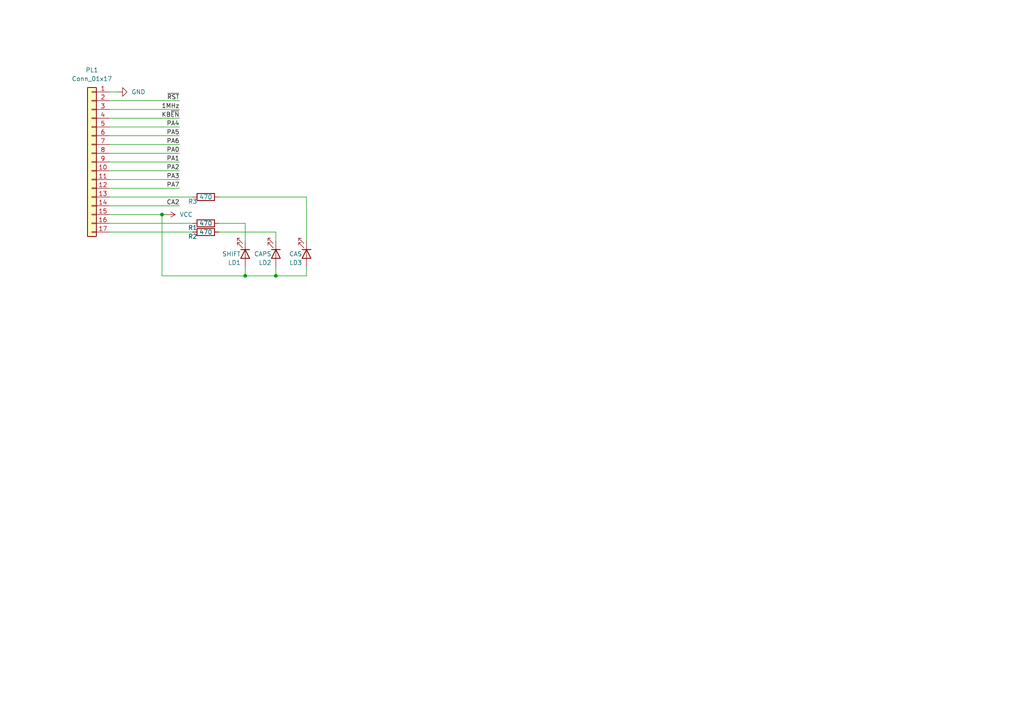
<source format=kicad_sch>
(kicad_sch (version 20211123) (generator eeschema)
  (paper "A4")
  (lib_symbols
    (symbol "Connector_Generic:Conn_01x17" (pin_names (offset 1.016) hide)
      (property "Reference" "J" (at 0 22.86 0))
      (property "Value" "Conn_01x17" (at 0 -22.86 0))
      (symbol "Conn_01x17_1_1"
        (rectangle (start -1.27 -20.193) (end 0 -20.447) (stroke (width 0.1524)))
        (rectangle (start -1.27 -17.653) (end 0 -17.907) (stroke (width 0.1524)))
        (rectangle (start -1.27 -15.113) (end 0 -15.367) (stroke (width 0.1524)))
        (rectangle (start -1.27 -12.573) (end 0 -12.827) (stroke (width 0.1524)))
        (rectangle (start -1.27 -10.033) (end 0 -10.287) (stroke (width 0.1524)))
        (rectangle (start -1.27 -7.493) (end 0 -7.747) (stroke (width 0.1524)))
        (rectangle (start -1.27 -4.953) (end 0 -5.207) (stroke (width 0.1524)))
        (rectangle (start -1.27 -2.413) (end 0 -2.667) (stroke (width 0.1524)))
        (rectangle (start -1.27 0.127) (end 0 -0.127) (stroke (width 0.1524)))
        (rectangle (start -1.27 2.667) (end 0 2.413) (stroke (width 0.1524)))
        (rectangle (start -1.27 5.207) (end 0 4.953) (stroke (width 0.1524)))
        (rectangle (start -1.27 7.747) (end 0 7.493) (stroke (width 0.1524)))
        (rectangle (start -1.27 10.287) (end 0 10.033) (stroke (width 0.1524)))
        (rectangle (start -1.27 12.827) (end 0 12.573) (stroke (width 0.1524)))
        (rectangle (start -1.27 15.367) (end 0 15.113) (stroke (width 0.1524)))
        (rectangle (start -1.27 17.907) (end 0 17.653) (stroke (width 0.1524)))
        (rectangle (start -1.27 20.447) (end 0 20.193) (stroke (width 0.1524)))
        (rectangle (start -1.27 21.59) (end 1.27 -21.59) (stroke (width 0.254)) (fill (type background)))
        (pin passive line (at -5.08 20.32 0) (length 3.81) (name "Pin_1") (number "1"))
        (pin passive line (at -5.08 -2.54 0) (length 3.81) (name "Pin_10") (number "10"))
        (pin passive line (at -5.08 -5.08 0) (length 3.81) (name "Pin_11") (number "11"))
        (pin passive line (at -5.08 -7.62 0) (length 3.81) (name "Pin_12") (number "12"))
        (pin passive line (at -5.08 -10.16 0) (length 3.81) (name "Pin_13") (number "13"))
        (pin passive line (at -5.08 -12.7 0) (length 3.81) (name "Pin_14") (number "14"))
        (pin passive line (at -5.08 -15.24 0) (length 3.81) (name "Pin_15") (number "15"))
        (pin passive line (at -5.08 -17.78 0) (length 3.81) (name "Pin_16") (number "16"))
        (pin passive line (at -5.08 -20.32 0) (length 3.81) (name "Pin_17") (number "17"))
        (pin passive line (at -5.08 17.78 0) (length 3.81) (name "Pin_2") (number "2"))
        (pin passive line (at -5.08 15.24 0) (length 3.81) (name "Pin_3") (number "3"))
        (pin passive line (at -5.08 12.7 0) (length 3.81) (name "Pin_4") (number "4"))
        (pin passive line (at -5.08 10.16 0) (length 3.81) (name "Pin_5") (number "5"))
        (pin passive line (at -5.08 7.62 0) (length 3.81) (name "Pin_6") (number "6"))
        (pin passive line (at -5.08 5.08 0) (length 3.81) (name "Pin_7") (number "7"))
        (pin passive line (at -5.08 2.54 0) (length 3.81) (name "Pin_8") (number "8"))
        (pin passive line (at -5.08 0 0) (length 3.81) (name "Pin_9") (number "9"))
      )
    )
    (symbol "Device:LED" (pin_numbers hide) (pin_names (offset 1.016) hide)
      (property "Reference" "D" (at 0 2.54 0))
      (property "Value" "LED" (at 0 -2.54 0))
      (symbol "LED_0_1"
        (polyline (pts (xy -1.27 -1.27) (xy -1.27 1.27)) (stroke (width 0.254)))
        (polyline (pts (xy -1.27 0) (xy 1.27 0)))
        (polyline (pts (xy 1.27 -1.27) (xy 1.27 1.27) (xy -1.27 0) (xy 1.27 -1.27)) (stroke (width 0.254)))
        (polyline (pts (xy -3.048 -0.762) (xy -4.572 -2.286) (xy -3.81 -2.286) (xy -4.572 -2.286) (xy -4.572 -1.524)))
        (polyline (pts (xy -1.778 -0.762) (xy -3.302 -2.286) (xy -2.54 -2.286) (xy -3.302 -2.286) (xy -3.302 -1.524)))
      )
      (symbol "LED_1_1"
        (pin passive line (at -3.81 0 0) (length 2.54) (name "K") (number "1"))
        (pin passive line (at 3.81 0 180) (length 2.54) (name "A") (number "2"))
      )
    )
    (symbol "Device:R" (pin_numbers hide) (pin_names (offset 0))
      (property "Reference" "R" (at 2.032 0 90))
      (property "Value" "R" (at 0 0 90))
      (symbol "R_0_1"
        (rectangle (start -1.016 -2.54) (end 1.016 2.54) (stroke (width 0.254)))
      )
      (symbol "R_1_1"
        (pin passive line (at 0 3.81 270) (length 1.27) (name "~") (number "1"))
        (pin passive line (at 0 -3.81 90) (length 1.27) (name "~") (number "2"))
      )
    )
    (symbol "power:GND" (power) (pin_names (offset 0))
      (property "Value" "GND" (at 0 -3.81 0))
      (symbol "GND_0_1"
        (polyline (pts (xy 0 0) (xy 0 -1.27) (xy 1.27 -1.27) (xy 0 -2.54) (xy -1.27 -1.27) (xy 0 -1.27)))
      )
      (symbol "GND_1_1"
        (pin power_in line (at 0 0 270) (length 0) hide (name "GND") (number "1"))
      )
    )
    (symbol "power:VCC" (power) (pin_names (offset 0))
      (property "Value" "VCC" (at 0 3.81 0))
      (symbol "VCC_0_1"
        (polyline (pts (xy -0.762 1.27) (xy 0 2.54)))
        (polyline (pts (xy 0 0) (xy 0 2.54)))
        (polyline (pts (xy 0 2.54) (xy 0.762 1.27)))
      )
      (symbol "VCC_1_1"
        (pin power_in line (at 0 0 90) (length 0) hide (name "VCC") (number "1"))
      )
    )
  )
  (junction (at 46.99 62.23))
  (junction (at 71.12 80.01))
  (junction (at 80.01 80.01))
  (wire (pts (xy 31.75 34.29) (xy 52.07 34.29)))
  (wire (pts (xy 80.01 80.01) (xy 88.9 80.01)))
  (wire (pts (xy 46.99 80.01) (xy 71.12 80.01)))
  (wire (pts (xy 71.12 64.77) (xy 71.12 69.85)))
  (wire (pts (xy 80.01 67.31) (xy 80.01 69.85)))
  (wire (pts (xy 63.5 67.31) (xy 80.01 67.31)))
  (wire (pts (xy 31.75 41.91) (xy 52.07 41.91)))
  (wire (pts (xy 46.99 62.23) (xy 46.99 80.01)))
  (wire (pts (xy 63.5 57.15) (xy 88.9 57.15)))
  (wire (pts (xy 31.75 59.69) (xy 52.07 59.69)))
  (wire (pts (xy 88.9 80.01) (xy 88.9 77.47)))
  (wire (pts (xy 71.12 77.47) (xy 71.12 80.01)))
  (wire (pts (xy 31.75 29.21) (xy 52.07 29.21)))
  (wire (pts (xy 31.75 26.67) (xy 34.29 26.67)))
  (wire (pts (xy 31.75 36.83) (xy 52.07 36.83)))
  (wire (pts (xy 31.75 64.77) (xy 55.88 64.77)))
  (wire (pts (xy 63.5 64.77) (xy 71.12 64.77)))
  (wire (pts (xy 71.12 80.01) (xy 80.01 80.01)))
  (wire (pts (xy 31.75 44.45) (xy 52.07 44.45)))
  (wire (pts (xy 46.99 62.23) (xy 48.26 62.23)))
  (wire (pts (xy 88.9 57.15) (xy 88.9 69.85)))
  (wire (pts (xy 31.75 31.75) (xy 52.07 31.75)))
  (wire (pts (xy 31.75 54.61) (xy 52.07 54.61)))
  (wire (pts (xy 31.75 62.23) (xy 46.99 62.23)))
  (wire (pts (xy 31.75 52.07) (xy 52.07 52.07)))
  (wire (pts (xy 31.75 49.53) (xy 52.07 49.53)))
  (wire (pts (xy 31.75 57.15) (xy 55.88 57.15)))
  (wire (pts (xy 80.01 77.47) (xy 80.01 80.01)))
  (wire (pts (xy 31.75 67.31) (xy 55.88 67.31)))
  (wire (pts (xy 31.75 39.37) (xy 52.07 39.37)))
  (wire (pts (xy 31.75 46.99) (xy 52.07 46.99)))
  (label "PA6" (at 52.07 41.91 180))
  (label "PA3" (at 52.07 52.07 180))
  (label "~{RST}" (at 52.07 29.21 180))
  (label "PA0" (at 52.07 44.45 180))
  (label "PA2" (at 52.07 49.53 180))
  (label "KB~{EN}" (at 52.07 34.29 180))
  (label "PA4" (at 52.07 36.83 180))
  (label "PA7" (at 52.07 54.61 180))
  (label "1MHz" (at 52.07 31.75 180))
  (label "PA5" (at 52.07 39.37 180))
  (label "PA1" (at 52.07 46.99 180))
  (label "CA2" (at 52.07 59.69 180))
  (symbol (lib_id "Device:R") (at 59.69 57.15 90) (unit 1)
    (property "Reference" "R3" (at 55.88 58.42 90))
    (property "Value" "470" (at 59.69 57.15 90))
  )
  (symbol (lib_id "Device:LED") (at 71.12 73.66 270) (unit 1)
    (property "Reference" "LD1" (at 69.85 76.2 90) (effects (justify right)))
    (property "Value" "SHIFT" (at 69.85 73.66 90) (effects (justify right)))
  )
  (symbol (lib_id "Device:LED") (at 80.01 73.66 270) (unit 1)
    (property "Reference" "LD2" (at 78.74 76.2 90) (effects (justify right)))
    (property "Value" "CAPS" (at 78.74 73.66 90) (effects (justify right)))
  )
  (symbol (lib_id "Device:R") (at 59.69 64.77 90) (unit 1)
    (property "Reference" "R1" (at 55.88 66.04 90))
    (property "Value" "470" (at 59.69 64.77 90))
  )
  (symbol (lib_id "Device:R") (at 59.69 67.31 90) (unit 1)
    (property "Reference" "R2" (at 55.88 68.58 90))
    (property "Value" "470" (at 59.69 67.31 90))
  )
  (symbol (lib_id "Device:LED") (at 88.9 73.66 270) (unit 1)
    (property "Reference" "LD3" (at 87.63 76.2 90) (effects (justify right)))
    (property "Value" "CAS" (at 87.63 73.66 90) (effects (justify right)))
  )
  (symbol (lib_id "Connector_Generic:Conn_01x17") (at 26.67 46.99 0) (mirror y) (unit 1)
    (property "Reference" "PL1" (at 26.67 20.32 0))
    (property "Value" "Conn_01x17" (at 26.67 22.86 0))
  )
  (symbol (lib_id "power:VCC") (at 48.26 62.23 270) (unit 1)
    (property "Reference" "#PWR?" (effects hide))
    (property "Value" "VCC" (at 52.07 62.2299 90) (effects (justify left)))
  )
  (symbol (lib_id "power:GND") (at 34.29 26.67 90) (unit 1)
    (property "Reference" "#PWR?" (effects hide))
    (property "Value" "GND" (at 38.1 26.67 90) (effects (justify right)))
  )
)
</source>
